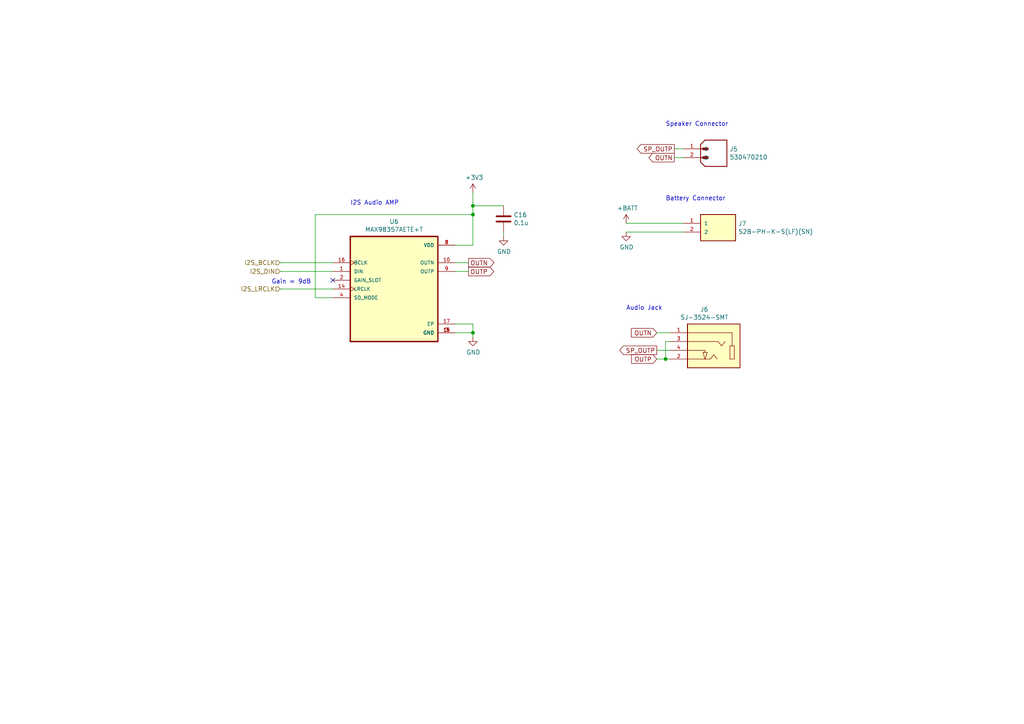
<source format=kicad_sch>
(kicad_sch (version 20230121) (generator eeschema)
  (paper "A4")
  (lib_symbols
    (symbol "530470210:530470210" (pin_names (offset 1.016))
      (property "Reference" "J" (at 0 3.81 0))
      (property "Value" "530470210" (at 0 -7.62 0))
      (symbol "530470210_0_0"
        (polyline (pts (xy 0 -3.81) (xy 1.27 -5.08)) (stroke (width 0.254)))
        (polyline (pts (xy 0 -2.54) (xy 1.905 -2.54)) (stroke (width 0.254)))
        (polyline (pts (xy 0 0) (xy 1.905 0)) (stroke (width 0.254)))
        (polyline (pts (xy 0 1.27) (xy 0 -3.81)) (stroke (width 0.254)))
        (polyline (pts (xy 0 1.27) (xy 1.27 2.54)) (stroke (width 0.254)))
        (polyline (pts (xy 1.27 -5.08) (xy 7.62 -5.08)) (stroke (width 0.254)))
        (polyline (pts (xy 7.62 -5.08) (xy 7.62 2.54)) (stroke (width 0.254)))
        (polyline (pts (xy 7.62 2.54) (xy 1.27 2.54)) (stroke (width 0.254)))
        (rectangle (start 0.6096 -2.8448) (end 2.2098 -2.2098) (fill (type outline)))
        (rectangle (start 0.6096 -0.3048) (end 2.2098 0.3048) (fill (type outline)))
        (pin passive line (at -5.08 0 0) (length 5.08) (name "1") (number "1"))
        (pin passive line (at -5.08 -2.54 0) (length 5.08) (name "2") (number "2"))
      )
    )
    (symbol "Device:C" (pin_numbers hide) (pin_names (offset 0.254))
      (property "Reference" "C" (at 0.635 2.54 0))
      (property "Value" "C" (at 0.635 -2.54 0))
      (symbol "C_0_1"
        (polyline (pts (xy -2.032 -0.762) (xy 2.032 -0.762)) (stroke (width 0.508)))
        (polyline (pts (xy -2.032 0.762) (xy 2.032 0.762)) (stroke (width 0.508)))
      )
      (symbol "C_1_1"
        (pin passive line (at 0 3.81 270) (length 2.794) (name "~") (number "1"))
        (pin passive line (at 0 -3.81 90) (length 2.794) (name "~") (number "2"))
      )
    )
    (symbol "MAX98357AETE_T:MAX98357AETE+T" (pin_names (offset 1.016))
      (property "Reference" "U" (at -12.7 16.2306 0))
      (property "Value" "MAX98357AETE+T" (at -12.7 -19.2278 0))
      (symbol "MAX98357AETE+T_0_0"
        (rectangle (start -12.7 -15.24) (end 12.7 15.24) (stroke (width 0.4064)) (fill (type background)))
        (pin input line (at -17.78 5.08 0) (length 5.08) (name "DIN") (number "1"))
        (pin output line (at 17.78 7.62 180) (length 5.08) (name "OUTN") (number "10"))
        (pin power_in line (at 17.78 -12.7 180) (length 5.08) (name "GND") (number "11"))
        (pin input clock (at -17.78 0 0) (length 5.08) (name "LRCLK") (number "14"))
        (pin power_in line (at 17.78 -12.7 180) (length 5.08) (name "GND") (number "15"))
        (pin input clock (at -17.78 7.62 0) (length 5.08) (name "BCLK") (number "16"))
        (pin power_in line (at 17.78 -10.16 180) (length 5.08) (name "EP") (number "17"))
        (pin input line (at -17.78 2.54 0) (length 5.08) (name "GAIN_SLOT") (number "2"))
        (pin power_in line (at 17.78 -12.7 180) (length 5.08) (name "GND") (number "3"))
        (pin input line (at -17.78 -2.54 0) (length 5.08) (name "SD_MODE") (number "4"))
        (pin power_in line (at 17.78 12.7 180) (length 5.08) (name "VDD") (number "7"))
        (pin power_in line (at 17.78 12.7 180) (length 5.08) (name "VDD") (number "8"))
        (pin output line (at 17.78 5.08 180) (length 5.08) (name "OUTP") (number "9"))
      )
    )
    (symbol "S2B-PH-K-S_LF__SN_:S2B-PH-K-S(LF)(SN)" (pin_names (offset 1.016))
      (property "Reference" "J" (at -5.08 3.302 0))
      (property "Value" "S2B-PH-K-S(LF)(SN)" (at -5.08 -7.62 0))
      (symbol "S2B-PH-K-S(LF)(SN)_0_0"
        (rectangle (start -5.08 -5.08) (end 5.08 2.54) (stroke (width 0.254)) (fill (type background)))
        (pin passive line (at -10.16 0 0) (length 5.08) (name "1") (number "1"))
        (pin passive line (at -10.16 -2.54 0) (length 5.08) (name "2") (number "2"))
      )
    )
    (symbol "SJ-3524-SMT:SJ-3524-SMT" (pin_names (offset 1.016) hide)
      (property "Reference" "J" (at -7.6454 8.2804 0))
      (property "Value" "SJ-3524-SMT" (at -7.6454 -7.6708 0))
      (symbol "SJ-3524-SMT_0_0"
        (rectangle (start -7.62 -5.08) (end 7.62 7.62) (stroke (width 0.254)) (fill (type background)))
        (polyline (pts (xy -5.969 -2.54) (xy -4.699 -2.54)) (stroke (width 0.1524)))
        (polyline (pts (xy -5.969 1.27) (xy -5.969 -2.54)) (stroke (width 0.1524)))
        (polyline (pts (xy -5.334 1.27) (xy -5.969 1.27)) (stroke (width 0.1524)))
        (polyline (pts (xy -5.334 1.27) (xy -5.334 5.08)) (stroke (width 0.1524)))
        (polyline (pts (xy -5.334 5.08) (xy 7.62 5.08)) (stroke (width 0.1524)))
        (polyline (pts (xy -4.699 -2.54) (xy -4.699 1.27)) (stroke (width 0.1524)))
        (polyline (pts (xy -4.699 1.27) (xy -5.334 1.27)) (stroke (width 0.1524)))
        (polyline (pts (xy -2.286 1.27) (xy -3.302 2.54)) (stroke (width 0.1524)))
        (polyline (pts (xy -1.27 2.54) (xy -2.286 1.27)) (stroke (width 0.1524)))
        (polyline (pts (xy -1.016 -2.54) (xy 0 -1.27)) (stroke (width 0.1524)))
        (polyline (pts (xy 0 -1.27) (xy 1.016 -2.54)) (stroke (width 0.1524)))
        (polyline (pts (xy 1.905 -0.6096) (xy 2.4892 -2.54)) (stroke (width 0.1524)))
        (polyline (pts (xy 1.905 -0.6096) (xy 3.0988 -0.6096)) (stroke (width 0.1524)))
        (polyline (pts (xy 2.54 -2.5146) (xy 2.54 -2.54)) (stroke (width 0.1524)))
        (polyline (pts (xy 2.54 0) (xy 2.54 -0.6096)) (stroke (width 0.1524)))
        (polyline (pts (xy 2.54 0) (xy 7.62 0)) (stroke (width 0.1524)))
        (polyline (pts (xy 3.0988 -0.6096) (xy 2.54 -2.5146)) (stroke (width 0.1524)))
        (polyline (pts (xy 7.62 -5.08) (xy 7.62 7.62)) (stroke (width 0.254)))
        (polyline (pts (xy 7.62 -2.54) (xy 1.016 -2.54)) (stroke (width 0.1524)))
        (polyline (pts (xy 7.62 2.54) (xy -1.27 2.54)) (stroke (width 0.1524)))
        (pin passive line (at 12.7 5.08 180) (length 5.08) (name "~") (number "1"))
        (pin passive line (at 12.7 -2.54 180) (length 5.08) (name "~") (number "2"))
        (pin passive line (at 12.7 2.54 180) (length 5.08) (name "~") (number "3"))
        (pin passive line (at 12.7 0 180) (length 5.08) (name "~") (number "4"))
      )
    )
    (symbol "power:+BATT" (power) (pin_names (offset 0))
      (property "Value" "+BATT" (at 0 3.556 0))
      (symbol "+BATT_0_1"
        (polyline (pts (xy -0.762 1.27) (xy 0 2.54)))
        (polyline (pts (xy 0 0) (xy 0 2.54)))
        (polyline (pts (xy 0 2.54) (xy 0.762 1.27)))
      )
      (symbol "+BATT_1_1"
        (pin power_in line (at 0 0 90) (length 0) hide (name "+BATT") (number "1"))
      )
    )
    (symbol "power:GND" (power) (pin_names (offset 0))
      (property "Value" "GND" (at 0 -3.81 0))
      (symbol "GND_0_1"
        (polyline (pts (xy 0 0) (xy 0 -1.27) (xy 1.27 -1.27) (xy 0 -2.54) (xy -1.27 -1.27) (xy 0 -1.27)))
      )
      (symbol "GND_1_1"
        (pin power_in line (at 0 0 270) (length 0) hide (name "GND") (number "1"))
      )
    )
    (symbol "yondee-pcb-rescue:+3.3V-power" (power) (pin_names (offset 0))
      (property "Value" "+3.3V-power" (at 0 3.556 0))
      (symbol "+3.3V-power_0_1"
        (polyline (pts (xy -0.762 1.27) (xy 0 2.54)))
        (polyline (pts (xy 0 0) (xy 0 2.54)))
        (polyline (pts (xy 0 2.54) (xy 0.762 1.27)))
      )
      (symbol "+3.3V-power_1_1"
        (pin power_in line (at 0 0 90) (length 0) hide (name "+3V3") (number "1"))
      )
    )
  )
  (junction (at 137.16 59.69))
  (junction (at 137.16 62.23))
  (junction (at 193.04 104.14))
  (junction (at 137.16 96.52))
  (no_connect (at 96.52 81.28))
  (wire (pts (xy 91.44 62.23) (xy 91.44 86.36)))
  (wire (pts (xy 137.16 59.69) (xy 137.16 55.88)))
  (wire (pts (xy 194.31 96.52) (xy 190.5 96.52)))
  (wire (pts (xy 146.05 67.31) (xy 146.05 68.58)))
  (wire (pts (xy 135.89 78.74) (xy 132.08 78.74)))
  (wire (pts (xy 194.31 99.06) (xy 193.04 99.06)))
  (wire (pts (xy 181.61 67.31) (xy 198.12 67.31)))
  (wire (pts (xy 193.04 104.14) (xy 194.31 104.14)))
  (wire (pts (xy 137.16 62.23) (xy 91.44 62.23)))
  (wire (pts (xy 193.04 99.06) (xy 193.04 104.14)))
  (wire (pts (xy 132.08 93.98) (xy 137.16 93.98)))
  (wire (pts (xy 132.08 96.52) (xy 137.16 96.52)))
  (wire (pts (xy 135.89 76.2) (xy 132.08 76.2)))
  (wire (pts (xy 194.31 101.6) (xy 190.5 101.6)))
  (wire (pts (xy 198.12 45.72) (xy 195.58 45.72)))
  (wire (pts (xy 137.16 96.52) (xy 137.16 97.79)))
  (wire (pts (xy 190.5 104.14) (xy 193.04 104.14)))
  (wire (pts (xy 137.16 59.69) (xy 137.16 62.23)))
  (wire (pts (xy 81.28 83.82) (xy 96.52 83.82)))
  (wire (pts (xy 91.44 86.36) (xy 96.52 86.36)))
  (wire (pts (xy 137.16 93.98) (xy 137.16 96.52)))
  (wire (pts (xy 198.12 64.77) (xy 181.61 64.77)))
  (wire (pts (xy 146.05 59.69) (xy 137.16 59.69)))
  (wire (pts (xy 81.28 76.2) (xy 96.52 76.2)))
  (wire (pts (xy 137.16 71.12) (xy 132.08 71.12)))
  (wire (pts (xy 137.16 62.23) (xy 137.16 71.12)))
  (wire (pts (xy 81.28 78.74) (xy 96.52 78.74)))
  (wire (pts (xy 198.12 43.18) (xy 195.58 43.18)))
  (text "Audio Jack" (at 181.61 90.17 0) (effects (font (size 1.27 1.27)) (justify left bottom)))
  (text "Speaker Connector" (at 193.04 36.83 0) (effects (font (size 1.27 1.27)) (justify left bottom)))
  (text "I2S Audio AMP" (at 101.6 59.69 0) (effects (font (size 1.27 1.27)) (justify left bottom)))
  (text "Gain = 9dB" (at 78.74 82.55 0) (effects (font (size 1.27 1.27)) (justify left bottom)))
  (text "Battery Connector" (at 193.04 58.42 0) (effects (font (size 1.27 1.27)) (justify left bottom)))
  (global_label "OUTN" (shape output) (at 135.89 76.2 0) (property "Intersheetrefs" "${INTERSHEET_REFS}" (effects hide)))
  (global_label "SP_OUTP" (shape output) (at 195.58 43.18 180) (property "Intersheetrefs" "${INTERSHEET_REFS}" (effects hide)))
  (global_label "OUTP" (shape output) (at 135.89 78.74 0) (property "Intersheetrefs" "${INTERSHEET_REFS}" (effects hide)))
  (global_label "OUTN" (shape input) (at 190.5 96.52 180) (property "Intersheetrefs" "${INTERSHEET_REFS}" (effects hide)))
  (global_label "SP_OUTP" (shape output) (at 190.5 101.6 180) (property "Intersheetrefs" "${INTERSHEET_REFS}" (effects hide)))
  (global_label "OUTN" (shape output) (at 195.58 45.72 180) (property "Intersheetrefs" "${INTERSHEET_REFS}" (effects hide)))
  (global_label "OUTP" (shape input) (at 190.5 104.14 180) (property "Intersheetrefs" "${INTERSHEET_REFS}" (effects hide)))
  (hierarchical_label "I2S_LRCLK" (shape input) (at 81.28 83.82 180))
  (hierarchical_label "I2S_BCLK" (shape input) (at 81.28 76.2 180))
  (hierarchical_label "I2S_DIN" (shape input) (at 81.28 78.74 180))
  (symbol (lib_id "S2B-PH-K-S_LF__SN_:S2B-PH-K-S(LF)(SN)") (at 208.28 64.77 0) (unit 1)
    (property "Reference" "J7" (at 214.122 64.8716 0) (effects (justify left)))
    (property "Value" "S2B-PH-K-S(LF)(SN)" (at 214.122 67.183 0) (effects (justify left)))
    (property "Footprint" "S2B-PH-K-S_LF__SN_:JST_S2B-PH-K-S(LF)(SN)" (effects hide))
    (property "MP" "S2B-PH-K-S_LF__SN_" (effects hide))
    (property "PACKAGE" "None" (effects hide))
    (property "PRICE" "None" (effects hide))
    (property "MAXIMUM_PACKAGE_HEIGHT" "4.8mm" (effects hide))
    (property "DESCRIPTION" "Connector Header Through Hole, Right Angle 2 position" (effects hide))
    (property "MF" "JST Sales" (effects hide))
    (property "AVAILABILITY" "Unavailable" (effects hide))
  )
  (symbol (lib_id "530470210:530470210") (at 203.2 43.18 0) (unit 1)
    (property "Reference" "J5" (at 211.582 43.2816 0) (effects (justify left)))
    (property "Value" "530470210" (at 211.582 45.593 0) (effects (justify left)))
    (property "Footprint" "530470210:MOLEX_530470210" (effects hide))
    (property "MAXIMUM_PACKAGE_HEIGHT" "4.2 mm" (effects hide))
    (property "STANDARD" "Manufacturer Recommendations" (effects hide))
    (property "PARTREV" "A" (effects hide))
    (property "MANUFACTURER" "Molex" (effects hide))
  )
  (symbol (lib_id "MAX98357AETE_T:MAX98357AETE+T") (at 114.3 83.82 0) (unit 1)
    (property "Reference" "U6" (at 114.3 64.262 0))
    (property "Value" "MAX98357AETE+T" (at 114.3 66.5734 0))
    (property "Footprint" "MAX98357AETE_T:QFN50P300X300X80-17N" (effects hide))
    (property "MP" "MAX98357AETE+T" (effects hide))
    (property "Package" "TQFN-16 Maxim" (effects hide))
    (property "MF" "Maxim Integrated" (effects hide))
    (property "Price" "None" (effects hide))
    (property "Availability" "Unavailable" (effects hide))
    (property "Description" "Audio Amp Speaker 1-CH Mono Class-D 16-Pin TQFN EP T/R" (effects hide))
    (instances (project "NameCardPCB" (path "" (reference "U6") (unit 1))) (project "yondee-pcb" (path "" (reference "U6") (unit 1)) (path "" (reference "U?") (unit 1))))
  )
  (symbol (lib_id "power:GND") (at 137.16 97.79 0) (unit 1)
    (property "Reference" "#PWR055" (effects hide))
    (property "Value" "GND" (at 137.287 102.1842 0))
    (instances (project "NameCardPCB" (path "" (reference "#PWR055") (unit 1))) (project "yondee-pcb" (path "" (reference "#PWR055") (unit 1)) (path "" (reference "#PWR?") (unit 1))))
  )
  (symbol (lib_id "yondee-pcb-rescue:+3.3V-power") (at 137.16 55.88 0) (unit 1)
    (property "Reference" "#PWR054" (effects hide))
    (property "Value" "+3.3V" (at 137.541 51.4858 0))
    (instances (project "NameCardPCB" (path "" (reference "#PWR054") (unit 1))) (project "yondee-pcb" (path "" (reference "#PWR054") (unit 1)) (path "" (reference "#PWR?") (unit 1))))
  )
  (symbol (lib_id "Device:C") (at 146.05 63.5 0) (unit 1)
    (property "Reference" "C16" (at 148.971 62.3316 0) (effects (justify left)))
    (property "Value" "0.1u" (at 148.971 64.643 0) (effects (justify left)))
    (property "Footprint" "Capacitor_SMD:C_0603_1608Metric" (effects hide))
    (instances (project "NameCardPCB" (path "" (reference "C16") (unit 1))) (project "yondee-pcb" (path "" (reference "C16") (unit 1)) (path "" (reference "C?") (unit 1))))
  )
  (symbol (lib_id "power:GND") (at 146.05 68.58 0) (unit 1)
    (property "Reference" "#PWR056" (effects hide))
    (property "Value" "GND" (at 146.177 72.9742 0))
    (instances (project "NameCardPCB" (path "" (reference "#PWR056") (unit 1))) (project "yondee-pcb" (path "" (reference "#PWR056") (unit 1)) (path "" (reference "#PWR?") (unit 1))))
  )
  (symbol (lib_id "power:+BATT") (at 181.61 64.77 0) (unit 1)
    (property "Reference" "#PWR057" (effects hide))
    (property "Value" "+BATT" (at 181.991 60.3758 0))
    (instances (project "NameCardPCB" (path "" (reference "#PWR057") (unit 1))) (project "yondee-pcb" (path "" (reference "#PWR057") (unit 1)) (path "" (reference "#PWR?") (unit 1))))
  )
  (symbol (lib_id "power:GND") (at 181.61 67.31 0) (unit 1)
    (property "Reference" "#PWR058" (effects hide))
    (property "Value" "GND" (at 181.737 71.7042 0))
    (instances (project "NameCardPCB" (path "" (reference "#PWR058") (unit 1))) (project "yondee-pcb" (path "" (reference "#PWR058") (unit 1)) (path "" (reference "#PWR?") (unit 1))))
  )
  (symbol (lib_id "SJ-3524-SMT:SJ-3524-SMT") (at 207.01 101.6 0) (mirror y) (unit 1)
    (property "Reference" "J6" (at 204.2922 89.7382 0))
    (property "Value" "SJ-3524-SMT" (at 204.2922 92.0496 0))
    (property "Footprint" "SJ-3524-SMT:CUI_SJ-3524-SMT" (effects hide))
    (property "MF" "CUI Inc" (effects hide))
    (property "PARTREV" "1.03" (effects hide))
    (property "STANDARD" "Manufacturer recommendations" (effects hide))
  )
)
</source>
